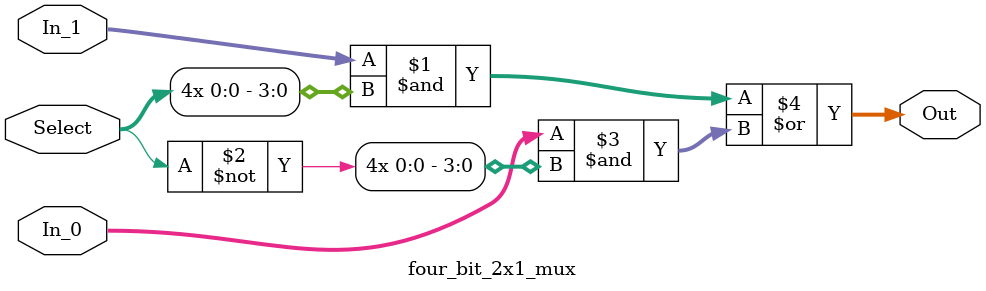
<source format=v>
module four_bit_2x1_mux(In_1, In_0, Select, Out);
	input [3:0] In_1;
	input [3:0] In_0;
	input Select;
	output [3:0] Out;
	
	 assign Out = (In_1 & {4{Select}}) | (In_0 & {4{~Select}});
endmodule

</source>
